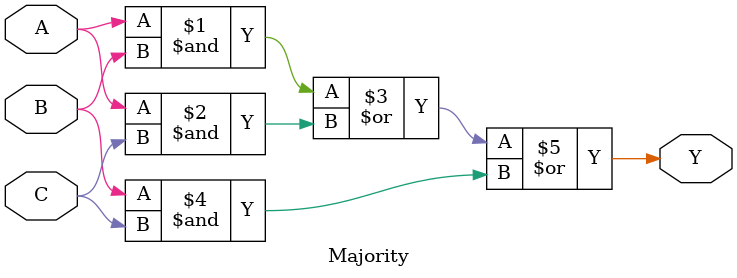
<source format=v>
  	                                            		
module Majority (A, B, C, Y);                 	
   input  A, B, C;			
   output Y; 

   reg Y;           		
                   	          	
// student code here
assign Y = A&B | A&C | B&C;

endmodule // Majority  




    
</source>
